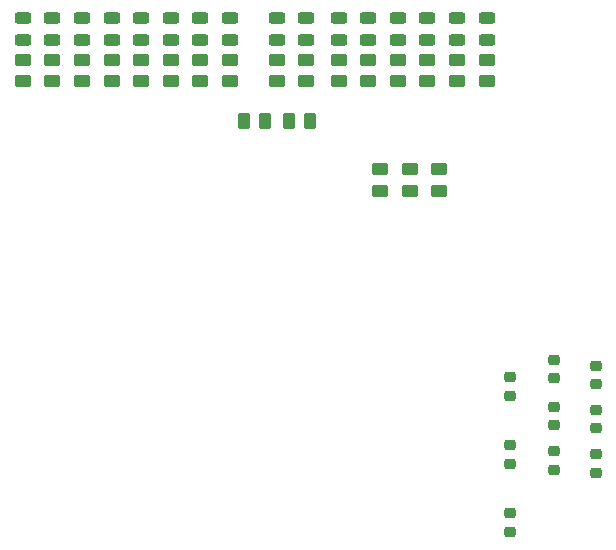
<source format=gbp>
G04 #@! TF.GenerationSoftware,KiCad,Pcbnew,9.0.3*
G04 #@! TF.CreationDate,2025-08-25T22:34:56-05:00*
G04 #@! TF.ProjectId,TestBoard_TPS27SA08-Q1,54657374-426f-4617-9264-5f5450533237,rev?*
G04 #@! TF.SameCoordinates,Original*
G04 #@! TF.FileFunction,Paste,Bot*
G04 #@! TF.FilePolarity,Positive*
%FSLAX46Y46*%
G04 Gerber Fmt 4.6, Leading zero omitted, Abs format (unit mm)*
G04 Created by KiCad (PCBNEW 9.0.3) date 2025-08-25 22:34:56*
%MOMM*%
%LPD*%
G01*
G04 APERTURE LIST*
G04 Aperture macros list*
%AMRoundRect*
0 Rectangle with rounded corners*
0 $1 Rounding radius*
0 $2 $3 $4 $5 $6 $7 $8 $9 X,Y pos of 4 corners*
0 Add a 4 corners polygon primitive as box body*
4,1,4,$2,$3,$4,$5,$6,$7,$8,$9,$2,$3,0*
0 Add four circle primitives for the rounded corners*
1,1,$1+$1,$2,$3*
1,1,$1+$1,$4,$5*
1,1,$1+$1,$6,$7*
1,1,$1+$1,$8,$9*
0 Add four rect primitives between the rounded corners*
20,1,$1+$1,$2,$3,$4,$5,0*
20,1,$1+$1,$4,$5,$6,$7,0*
20,1,$1+$1,$6,$7,$8,$9,0*
20,1,$1+$1,$8,$9,$2,$3,0*%
G04 Aperture macros list end*
%ADD10RoundRect,0.243750X0.456250X-0.243750X0.456250X0.243750X-0.456250X0.243750X-0.456250X-0.243750X0*%
%ADD11RoundRect,0.250000X-0.450000X0.262500X-0.450000X-0.262500X0.450000X-0.262500X0.450000X0.262500X0*%
%ADD12RoundRect,0.225000X-0.250000X0.225000X-0.250000X-0.225000X0.250000X-0.225000X0.250000X0.225000X0*%
%ADD13RoundRect,0.250000X-0.262500X-0.450000X0.262500X-0.450000X0.262500X0.450000X-0.262500X0.450000X0*%
G04 APERTURE END LIST*
D10*
X117000000Y-89187500D03*
X117000000Y-87312500D03*
X134500000Y-89187500D03*
X134500000Y-87312500D03*
D11*
X129500000Y-90837500D03*
X129500000Y-92662500D03*
D10*
X132000000Y-89187500D03*
X132000000Y-87312500D03*
X127000000Y-89187500D03*
X127000000Y-87312500D03*
X146250000Y-89187500D03*
X146250000Y-87312500D03*
X138500000Y-89187500D03*
X138500000Y-87312500D03*
D12*
X158250000Y-117725000D03*
X158250000Y-119275000D03*
D11*
X138500000Y-90837500D03*
X138500000Y-92662500D03*
X117000000Y-90837500D03*
X117000000Y-92662500D03*
X148750000Y-90837500D03*
X148750000Y-92662500D03*
X153750000Y-90837500D03*
X153750000Y-92662500D03*
D12*
X162000000Y-116250000D03*
X162000000Y-117800000D03*
D10*
X148750000Y-89187500D03*
X148750000Y-87312500D03*
X122000000Y-89187500D03*
X122000000Y-87312500D03*
D11*
X122000000Y-90837500D03*
X122000000Y-92662500D03*
D12*
X162000000Y-123975000D03*
X162000000Y-125525000D03*
D13*
X139520000Y-96000000D03*
X141345000Y-96000000D03*
D12*
X162000000Y-120225000D03*
X162000000Y-121775000D03*
D11*
X134500000Y-90837500D03*
X134500000Y-92662500D03*
D10*
X151250000Y-89187500D03*
X151250000Y-87312500D03*
X143750000Y-89187500D03*
X143750000Y-87312500D03*
D12*
X165500000Y-120475000D03*
X165500000Y-122025000D03*
D13*
X135682500Y-96000000D03*
X137507500Y-96000000D03*
D10*
X156250000Y-89187500D03*
X156250000Y-87312500D03*
X141000000Y-89187500D03*
X141000000Y-87312500D03*
D12*
X165500000Y-116725000D03*
X165500000Y-118275000D03*
D11*
X124500000Y-90837500D03*
X124500000Y-92662500D03*
D10*
X124500000Y-89187500D03*
X124500000Y-87312500D03*
D11*
X156250000Y-90837500D03*
X156250000Y-92662500D03*
X151250000Y-90837500D03*
X151250000Y-92662500D03*
D10*
X129500000Y-89187500D03*
X129500000Y-87312500D03*
D11*
X152250000Y-100087500D03*
X152250000Y-101912500D03*
D12*
X158250000Y-129225000D03*
X158250000Y-130775000D03*
D11*
X132000000Y-90837500D03*
X132000000Y-92662500D03*
X146250000Y-90837500D03*
X146250000Y-92662500D03*
X119500000Y-90837500D03*
X119500000Y-92662500D03*
D12*
X158250000Y-123475000D03*
X158250000Y-125025000D03*
D11*
X127000000Y-90837500D03*
X127000000Y-92662500D03*
X147250000Y-100087500D03*
X147250000Y-101912500D03*
D10*
X153750000Y-89187500D03*
X153750000Y-87312500D03*
D12*
X165500000Y-124225000D03*
X165500000Y-125775000D03*
D11*
X149750000Y-100087500D03*
X149750000Y-101912500D03*
X143750000Y-90837500D03*
X143750000Y-92662500D03*
X141000000Y-90837500D03*
X141000000Y-92662500D03*
D10*
X119500000Y-89187500D03*
X119500000Y-87312500D03*
M02*

</source>
